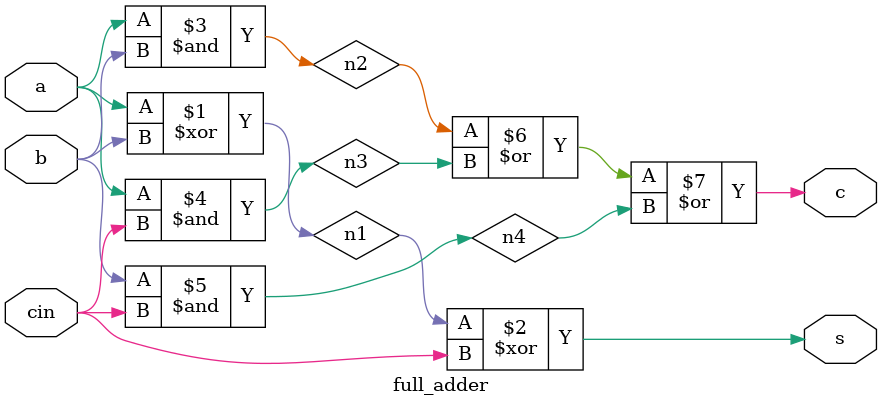
<source format=v>
module full_adder(s, c, a, b, cin);
    input a, b, cin;
    output s, c;
    wire n1, n2, n3, n4;
    xor x1(n1, a, b);
    xor x2(s, n1, cin);
    and a1(n2, a, b);
    and a2(n3, a, cin);
    and a3(n4, b, cin);
    or o1(c, n2, n3, n4);
endmodule
</source>
